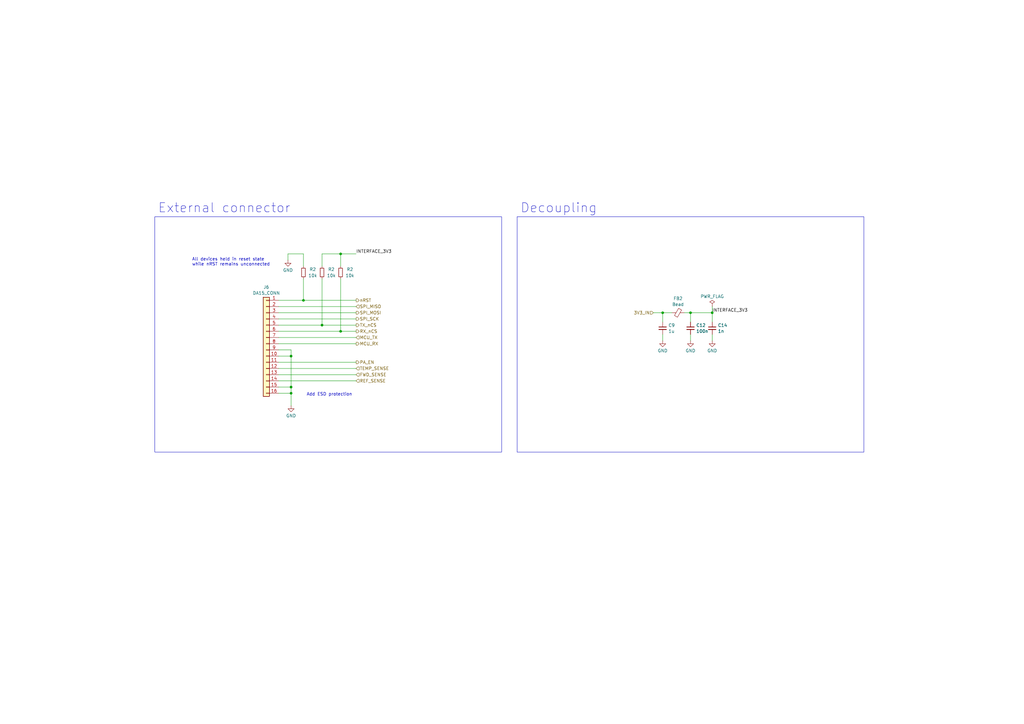
<source format=kicad_sch>
(kicad_sch (version 20230121) (generator eeschema)

  (uuid 207f86d9-45db-4f5b-8cfe-bbe7ae69c4bd)

  (paper "A3")

  (title_block
    (title "M17 Remote Radio Unit - RF board")
    (date "15-10-2023")
    (rev "A")
    (company "M17 Project")
    (comment 1 "Wojciech Kaczmarski, SP5WWP")
  )

  (lib_symbols
    (symbol "Connector_Generic:Conn_01x16" (pin_names (offset 1.016) hide) (in_bom yes) (on_board yes)
      (property "Reference" "J" (at 0 20.32 0)
        (effects (font (size 1.27 1.27)))
      )
      (property "Value" "Conn_01x16" (at 0 -22.86 0)
        (effects (font (size 1.27 1.27)))
      )
      (property "Footprint" "" (at 0 0 0)
        (effects (font (size 1.27 1.27)) hide)
      )
      (property "Datasheet" "~" (at 0 0 0)
        (effects (font (size 1.27 1.27)) hide)
      )
      (property "ki_keywords" "connector" (at 0 0 0)
        (effects (font (size 1.27 1.27)) hide)
      )
      (property "ki_description" "Generic connector, single row, 01x16, script generated (kicad-library-utils/schlib/autogen/connector/)" (at 0 0 0)
        (effects (font (size 1.27 1.27)) hide)
      )
      (property "ki_fp_filters" "Connector*:*_1x??_*" (at 0 0 0)
        (effects (font (size 1.27 1.27)) hide)
      )
      (symbol "Conn_01x16_1_1"
        (rectangle (start -1.27 -20.193) (end 0 -20.447)
          (stroke (width 0.1524) (type default))
          (fill (type none))
        )
        (rectangle (start -1.27 -17.653) (end 0 -17.907)
          (stroke (width 0.1524) (type default))
          (fill (type none))
        )
        (rectangle (start -1.27 -15.113) (end 0 -15.367)
          (stroke (width 0.1524) (type default))
          (fill (type none))
        )
        (rectangle (start -1.27 -12.573) (end 0 -12.827)
          (stroke (width 0.1524) (type default))
          (fill (type none))
        )
        (rectangle (start -1.27 -10.033) (end 0 -10.287)
          (stroke (width 0.1524) (type default))
          (fill (type none))
        )
        (rectangle (start -1.27 -7.493) (end 0 -7.747)
          (stroke (width 0.1524) (type default))
          (fill (type none))
        )
        (rectangle (start -1.27 -4.953) (end 0 -5.207)
          (stroke (width 0.1524) (type default))
          (fill (type none))
        )
        (rectangle (start -1.27 -2.413) (end 0 -2.667)
          (stroke (width 0.1524) (type default))
          (fill (type none))
        )
        (rectangle (start -1.27 0.127) (end 0 -0.127)
          (stroke (width 0.1524) (type default))
          (fill (type none))
        )
        (rectangle (start -1.27 2.667) (end 0 2.413)
          (stroke (width 0.1524) (type default))
          (fill (type none))
        )
        (rectangle (start -1.27 5.207) (end 0 4.953)
          (stroke (width 0.1524) (type default))
          (fill (type none))
        )
        (rectangle (start -1.27 7.747) (end 0 7.493)
          (stroke (width 0.1524) (type default))
          (fill (type none))
        )
        (rectangle (start -1.27 10.287) (end 0 10.033)
          (stroke (width 0.1524) (type default))
          (fill (type none))
        )
        (rectangle (start -1.27 12.827) (end 0 12.573)
          (stroke (width 0.1524) (type default))
          (fill (type none))
        )
        (rectangle (start -1.27 15.367) (end 0 15.113)
          (stroke (width 0.1524) (type default))
          (fill (type none))
        )
        (rectangle (start -1.27 17.907) (end 0 17.653)
          (stroke (width 0.1524) (type default))
          (fill (type none))
        )
        (rectangle (start -1.27 19.05) (end 1.27 -21.59)
          (stroke (width 0.254) (type default))
          (fill (type background))
        )
        (pin passive line (at -5.08 17.78 0) (length 3.81)
          (name "Pin_1" (effects (font (size 1.27 1.27))))
          (number "1" (effects (font (size 1.27 1.27))))
        )
        (pin passive line (at -5.08 -5.08 0) (length 3.81)
          (name "Pin_10" (effects (font (size 1.27 1.27))))
          (number "10" (effects (font (size 1.27 1.27))))
        )
        (pin passive line (at -5.08 -7.62 0) (length 3.81)
          (name "Pin_11" (effects (font (size 1.27 1.27))))
          (number "11" (effects (font (size 1.27 1.27))))
        )
        (pin passive line (at -5.08 -10.16 0) (length 3.81)
          (name "Pin_12" (effects (font (size 1.27 1.27))))
          (number "12" (effects (font (size 1.27 1.27))))
        )
        (pin passive line (at -5.08 -12.7 0) (length 3.81)
          (name "Pin_13" (effects (font (size 1.27 1.27))))
          (number "13" (effects (font (size 1.27 1.27))))
        )
        (pin passive line (at -5.08 -15.24 0) (length 3.81)
          (name "Pin_14" (effects (font (size 1.27 1.27))))
          (number "14" (effects (font (size 1.27 1.27))))
        )
        (pin passive line (at -5.08 -17.78 0) (length 3.81)
          (name "Pin_15" (effects (font (size 1.27 1.27))))
          (number "15" (effects (font (size 1.27 1.27))))
        )
        (pin passive line (at -5.08 -20.32 0) (length 3.81)
          (name "Pin_16" (effects (font (size 1.27 1.27))))
          (number "16" (effects (font (size 1.27 1.27))))
        )
        (pin passive line (at -5.08 15.24 0) (length 3.81)
          (name "Pin_2" (effects (font (size 1.27 1.27))))
          (number "2" (effects (font (size 1.27 1.27))))
        )
        (pin passive line (at -5.08 12.7 0) (length 3.81)
          (name "Pin_3" (effects (font (size 1.27 1.27))))
          (number "3" (effects (font (size 1.27 1.27))))
        )
        (pin passive line (at -5.08 10.16 0) (length 3.81)
          (name "Pin_4" (effects (font (size 1.27 1.27))))
          (number "4" (effects (font (size 1.27 1.27))))
        )
        (pin passive line (at -5.08 7.62 0) (length 3.81)
          (name "Pin_5" (effects (font (size 1.27 1.27))))
          (number "5" (effects (font (size 1.27 1.27))))
        )
        (pin passive line (at -5.08 5.08 0) (length 3.81)
          (name "Pin_6" (effects (font (size 1.27 1.27))))
          (number "6" (effects (font (size 1.27 1.27))))
        )
        (pin passive line (at -5.08 2.54 0) (length 3.81)
          (name "Pin_7" (effects (font (size 1.27 1.27))))
          (number "7" (effects (font (size 1.27 1.27))))
        )
        (pin passive line (at -5.08 0 0) (length 3.81)
          (name "Pin_8" (effects (font (size 1.27 1.27))))
          (number "8" (effects (font (size 1.27 1.27))))
        )
        (pin passive line (at -5.08 -2.54 0) (length 3.81)
          (name "Pin_9" (effects (font (size 1.27 1.27))))
          (number "9" (effects (font (size 1.27 1.27))))
        )
      )
    )
    (symbol "Device:C_Small" (pin_numbers hide) (pin_names (offset 0.254) hide) (in_bom yes) (on_board yes)
      (property "Reference" "C" (at 0.254 1.778 0)
        (effects (font (size 1.27 1.27)) (justify left))
      )
      (property "Value" "C_Small" (at 0.254 -2.032 0)
        (effects (font (size 1.27 1.27)) (justify left))
      )
      (property "Footprint" "" (at 0 0 0)
        (effects (font (size 1.27 1.27)) hide)
      )
      (property "Datasheet" "~" (at 0 0 0)
        (effects (font (size 1.27 1.27)) hide)
      )
      (property "ki_keywords" "capacitor cap" (at 0 0 0)
        (effects (font (size 1.27 1.27)) hide)
      )
      (property "ki_description" "Unpolarized capacitor, small symbol" (at 0 0 0)
        (effects (font (size 1.27 1.27)) hide)
      )
      (property "ki_fp_filters" "C_*" (at 0 0 0)
        (effects (font (size 1.27 1.27)) hide)
      )
      (symbol "C_Small_0_1"
        (polyline
          (pts
            (xy -1.524 -0.508)
            (xy 1.524 -0.508)
          )
          (stroke (width 0.3302) (type default))
          (fill (type none))
        )
        (polyline
          (pts
            (xy -1.524 0.508)
            (xy 1.524 0.508)
          )
          (stroke (width 0.3048) (type default))
          (fill (type none))
        )
      )
      (symbol "C_Small_1_1"
        (pin passive line (at 0 2.54 270) (length 2.032)
          (name "~" (effects (font (size 1.27 1.27))))
          (number "1" (effects (font (size 1.27 1.27))))
        )
        (pin passive line (at 0 -2.54 90) (length 2.032)
          (name "~" (effects (font (size 1.27 1.27))))
          (number "2" (effects (font (size 1.27 1.27))))
        )
      )
    )
    (symbol "Device:FerriteBead_Small" (pin_numbers hide) (pin_names (offset 0)) (in_bom yes) (on_board yes)
      (property "Reference" "FB" (at 1.905 1.27 0)
        (effects (font (size 1.27 1.27)) (justify left))
      )
      (property "Value" "FerriteBead_Small" (at 1.905 -1.27 0)
        (effects (font (size 1.27 1.27)) (justify left))
      )
      (property "Footprint" "" (at -1.778 0 90)
        (effects (font (size 1.27 1.27)) hide)
      )
      (property "Datasheet" "~" (at 0 0 0)
        (effects (font (size 1.27 1.27)) hide)
      )
      (property "ki_keywords" "L ferrite bead inductor filter" (at 0 0 0)
        (effects (font (size 1.27 1.27)) hide)
      )
      (property "ki_description" "Ferrite bead, small symbol" (at 0 0 0)
        (effects (font (size 1.27 1.27)) hide)
      )
      (property "ki_fp_filters" "Inductor_* L_* *Ferrite*" (at 0 0 0)
        (effects (font (size 1.27 1.27)) hide)
      )
      (symbol "FerriteBead_Small_0_1"
        (polyline
          (pts
            (xy 0 -1.27)
            (xy 0 -0.7874)
          )
          (stroke (width 0) (type default))
          (fill (type none))
        )
        (polyline
          (pts
            (xy 0 0.889)
            (xy 0 1.2954)
          )
          (stroke (width 0) (type default))
          (fill (type none))
        )
        (polyline
          (pts
            (xy -1.8288 0.2794)
            (xy -1.1176 1.4986)
            (xy 1.8288 -0.2032)
            (xy 1.1176 -1.4224)
            (xy -1.8288 0.2794)
          )
          (stroke (width 0) (type default))
          (fill (type none))
        )
      )
      (symbol "FerriteBead_Small_1_1"
        (pin passive line (at 0 2.54 270) (length 1.27)
          (name "~" (effects (font (size 1.27 1.27))))
          (number "1" (effects (font (size 1.27 1.27))))
        )
        (pin passive line (at 0 -2.54 90) (length 1.27)
          (name "~" (effects (font (size 1.27 1.27))))
          (number "2" (effects (font (size 1.27 1.27))))
        )
      )
    )
    (symbol "Device:R_Small" (pin_numbers hide) (pin_names (offset 0.254) hide) (in_bom yes) (on_board yes)
      (property "Reference" "R" (at 0.762 0.508 0)
        (effects (font (size 1.27 1.27)) (justify left))
      )
      (property "Value" "R_Small" (at 0.762 -1.016 0)
        (effects (font (size 1.27 1.27)) (justify left))
      )
      (property "Footprint" "" (at 0 0 0)
        (effects (font (size 1.27 1.27)) hide)
      )
      (property "Datasheet" "~" (at 0 0 0)
        (effects (font (size 1.27 1.27)) hide)
      )
      (property "ki_keywords" "R resistor" (at 0 0 0)
        (effects (font (size 1.27 1.27)) hide)
      )
      (property "ki_description" "Resistor, small symbol" (at 0 0 0)
        (effects (font (size 1.27 1.27)) hide)
      )
      (property "ki_fp_filters" "R_*" (at 0 0 0)
        (effects (font (size 1.27 1.27)) hide)
      )
      (symbol "R_Small_0_1"
        (rectangle (start -0.762 1.778) (end 0.762 -1.778)
          (stroke (width 0.2032) (type default))
          (fill (type none))
        )
      )
      (symbol "R_Small_1_1"
        (pin passive line (at 0 2.54 270) (length 0.762)
          (name "~" (effects (font (size 1.27 1.27))))
          (number "1" (effects (font (size 1.27 1.27))))
        )
        (pin passive line (at 0 -2.54 90) (length 0.762)
          (name "~" (effects (font (size 1.27 1.27))))
          (number "2" (effects (font (size 1.27 1.27))))
        )
      )
    )
    (symbol "power:GND" (power) (pin_names (offset 0)) (in_bom yes) (on_board yes)
      (property "Reference" "#PWR" (at 0 -6.35 0)
        (effects (font (size 1.27 1.27)) hide)
      )
      (property "Value" "GND" (at 0 -3.81 0)
        (effects (font (size 1.27 1.27)))
      )
      (property "Footprint" "" (at 0 0 0)
        (effects (font (size 1.27 1.27)) hide)
      )
      (property "Datasheet" "" (at 0 0 0)
        (effects (font (size 1.27 1.27)) hide)
      )
      (property "ki_keywords" "global power" (at 0 0 0)
        (effects (font (size 1.27 1.27)) hide)
      )
      (property "ki_description" "Power symbol creates a global label with name \"GND\" , ground" (at 0 0 0)
        (effects (font (size 1.27 1.27)) hide)
      )
      (symbol "GND_0_1"
        (polyline
          (pts
            (xy 0 0)
            (xy 0 -1.27)
            (xy 1.27 -1.27)
            (xy 0 -2.54)
            (xy -1.27 -1.27)
            (xy 0 -1.27)
          )
          (stroke (width 0) (type default))
          (fill (type none))
        )
      )
      (symbol "GND_1_1"
        (pin power_in line (at 0 0 270) (length 0) hide
          (name "GND" (effects (font (size 1.27 1.27))))
          (number "1" (effects (font (size 1.27 1.27))))
        )
      )
    )
    (symbol "power:PWR_FLAG" (power) (pin_numbers hide) (pin_names (offset 0) hide) (in_bom yes) (on_board yes)
      (property "Reference" "#FLG" (at 0 1.905 0)
        (effects (font (size 1.27 1.27)) hide)
      )
      (property "Value" "PWR_FLAG" (at 0 3.81 0)
        (effects (font (size 1.27 1.27)))
      )
      (property "Footprint" "" (at 0 0 0)
        (effects (font (size 1.27 1.27)) hide)
      )
      (property "Datasheet" "~" (at 0 0 0)
        (effects (font (size 1.27 1.27)) hide)
      )
      (property "ki_keywords" "flag power" (at 0 0 0)
        (effects (font (size 1.27 1.27)) hide)
      )
      (property "ki_description" "Special symbol for telling ERC where power comes from" (at 0 0 0)
        (effects (font (size 1.27 1.27)) hide)
      )
      (symbol "PWR_FLAG_0_0"
        (pin power_out line (at 0 0 90) (length 0)
          (name "pwr" (effects (font (size 1.27 1.27))))
          (number "1" (effects (font (size 1.27 1.27))))
        )
      )
      (symbol "PWR_FLAG_0_1"
        (polyline
          (pts
            (xy 0 0)
            (xy 0 1.27)
            (xy -1.016 1.905)
            (xy 0 2.54)
            (xy 1.016 1.905)
            (xy 0 1.27)
          )
          (stroke (width 0) (type default))
          (fill (type none))
        )
      )
    )
  )

  (junction (at 119.38 158.75) (diameter 0) (color 0 0 0 0)
    (uuid 24055780-ad47-465f-b801-6511a4c6151d)
  )
  (junction (at 292.1 128.27) (diameter 0) (color 0 0 0 0)
    (uuid 3fb127b4-264f-44a7-a31b-8087130885c0)
  )
  (junction (at 119.38 161.29) (diameter 0) (color 0 0 0 0)
    (uuid 65f3b8d0-0dcb-442f-8d27-96d2ddf7b366)
  )
  (junction (at 139.7 104.14) (diameter 0) (color 0 0 0 0)
    (uuid 7bcf4019-1554-4eae-9693-3beef889128f)
  )
  (junction (at 124.46 123.19) (diameter 0) (color 0 0 0 0)
    (uuid 8b9e20dc-693f-47a9-89bc-25156f76aaeb)
  )
  (junction (at 139.7 135.89) (diameter 0) (color 0 0 0 0)
    (uuid 9da1fd2a-ad1a-4de3-9bda-91285cdfbde8)
  )
  (junction (at 119.38 146.05) (diameter 0) (color 0 0 0 0)
    (uuid aec10b28-7589-49a4-a837-40c6a79af544)
  )
  (junction (at 283.21 128.27) (diameter 0) (color 0 0 0 0)
    (uuid c7ded031-4d8b-4cf3-9df3-f3c31cf5bf70)
  )
  (junction (at 132.08 133.35) (diameter 0) (color 0 0 0 0)
    (uuid d134e7cd-82a8-48e1-81ef-927af4ceafe5)
  )
  (junction (at 271.78 128.27) (diameter 0) (color 0 0 0 0)
    (uuid dc6e222f-4e4d-45c5-bf06-f4679fdf2350)
  )

  (wire (pts (xy 124.46 114.3) (xy 124.46 123.19))
    (stroke (width 0) (type default))
    (uuid 0be3ab68-4575-424d-86f9-4ce9e196c090)
  )
  (wire (pts (xy 114.3 148.59) (xy 146.05 148.59))
    (stroke (width 0) (type default))
    (uuid 1491d0ab-defa-471b-b0c5-4f93e1de5433)
  )
  (wire (pts (xy 114.3 125.73) (xy 146.05 125.73))
    (stroke (width 0) (type default))
    (uuid 17cf2372-07e5-4050-b00f-7c99275133fd)
  )
  (wire (pts (xy 118.11 106.68) (xy 118.11 104.14))
    (stroke (width 0) (type default))
    (uuid 2fc6f145-929e-46a4-9eb8-e247e635e233)
  )
  (wire (pts (xy 132.08 133.35) (xy 146.05 133.35))
    (stroke (width 0) (type default))
    (uuid 324830b0-8033-4d29-96bf-9690407491d0)
  )
  (wire (pts (xy 283.21 137.16) (xy 283.21 139.7))
    (stroke (width 0) (type default))
    (uuid 3e998abd-6fde-4fb7-8a53-5375bef40158)
  )
  (wire (pts (xy 119.38 158.75) (xy 119.38 161.29))
    (stroke (width 0) (type default))
    (uuid 41ef90ec-f822-45eb-b45e-9908a1fd36eb)
  )
  (wire (pts (xy 292.1 137.16) (xy 292.1 139.7))
    (stroke (width 0) (type default))
    (uuid 445e0a5c-fa8f-4813-855a-58e06c7967ef)
  )
  (wire (pts (xy 292.1 132.08) (xy 292.1 128.27))
    (stroke (width 0) (type default))
    (uuid 49e9bfa4-409f-4cd9-82f5-ca7b71c8ef2a)
  )
  (wire (pts (xy 132.08 114.3) (xy 132.08 133.35))
    (stroke (width 0) (type default))
    (uuid 4b9f0beb-7a75-4beb-911b-4f7d1781146b)
  )
  (wire (pts (xy 114.3 151.13) (xy 146.05 151.13))
    (stroke (width 0) (type default))
    (uuid 4d057b91-7c9c-4974-813f-0bb9464e8b43)
  )
  (wire (pts (xy 114.3 156.21) (xy 146.05 156.21))
    (stroke (width 0) (type default))
    (uuid 4d8e42d4-8e17-4b74-9e19-a85bc36dec80)
  )
  (wire (pts (xy 292.1 125.73) (xy 292.1 128.27))
    (stroke (width 0) (type default))
    (uuid 5297777b-4e9d-436d-982f-32040a7c2230)
  )
  (wire (pts (xy 114.3 146.05) (xy 119.38 146.05))
    (stroke (width 0) (type default))
    (uuid 543fae85-6168-42de-b4a3-b46bbefd2321)
  )
  (wire (pts (xy 119.38 161.29) (xy 119.38 166.37))
    (stroke (width 0) (type default))
    (uuid 575d9c78-2cb3-467d-b380-af8a3b661101)
  )
  (wire (pts (xy 114.3 123.19) (xy 124.46 123.19))
    (stroke (width 0) (type default))
    (uuid 5dce6c26-7e41-4705-816c-fa4da45db0bf)
  )
  (wire (pts (xy 118.11 104.14) (xy 124.46 104.14))
    (stroke (width 0) (type default))
    (uuid 66596093-18d2-4f57-a81b-9d4cd76c3843)
  )
  (wire (pts (xy 283.21 128.27) (xy 292.1 128.27))
    (stroke (width 0) (type default))
    (uuid 665ab8fe-f1fa-4c70-8075-41ac6504c389)
  )
  (wire (pts (xy 114.3 158.75) (xy 119.38 158.75))
    (stroke (width 0) (type default))
    (uuid 759bb766-0e47-42fd-9513-c8c9791dc9e0)
  )
  (wire (pts (xy 280.67 128.27) (xy 283.21 128.27))
    (stroke (width 0) (type default))
    (uuid 7ae975e5-90b0-42d8-b8da-f7c18315203a)
  )
  (wire (pts (xy 114.3 138.43) (xy 146.05 138.43))
    (stroke (width 0) (type default))
    (uuid 80a8238c-c93f-4bd8-b3c0-4b1e30ad4126)
  )
  (wire (pts (xy 146.05 104.14) (xy 139.7 104.14))
    (stroke (width 0) (type default))
    (uuid 8591fc2e-340f-44ec-989d-1f8069daf37a)
  )
  (wire (pts (xy 271.78 128.27) (xy 271.78 132.08))
    (stroke (width 0) (type default))
    (uuid 89c8b0b1-ba6e-492a-8db0-cedceb45105a)
  )
  (wire (pts (xy 124.46 123.19) (xy 146.05 123.19))
    (stroke (width 0) (type default))
    (uuid 8d55bb1d-9ab5-440a-b529-a4a63391f287)
  )
  (wire (pts (xy 271.78 137.16) (xy 271.78 139.7))
    (stroke (width 0) (type default))
    (uuid 90ea6da7-860f-45ea-8a80-705031218d4f)
  )
  (wire (pts (xy 267.97 128.27) (xy 271.78 128.27))
    (stroke (width 0) (type default))
    (uuid 9aac03af-e9fd-41e3-b1cc-6f859a532ca7)
  )
  (wire (pts (xy 114.3 130.81) (xy 146.05 130.81))
    (stroke (width 0) (type default))
    (uuid a0c88f2f-c304-4596-b2d8-69d8aacbbab7)
  )
  (wire (pts (xy 139.7 104.14) (xy 139.7 109.22))
    (stroke (width 0) (type default))
    (uuid a4a684ee-55a1-4267-8fbe-0848c76eaf27)
  )
  (wire (pts (xy 114.3 133.35) (xy 132.08 133.35))
    (stroke (width 0) (type default))
    (uuid b01a6c5b-94d1-4dba-a7bc-1827c84f8c91)
  )
  (wire (pts (xy 114.3 153.67) (xy 146.05 153.67))
    (stroke (width 0) (type default))
    (uuid b40ec4ac-b666-4632-86d5-4d8e11753613)
  )
  (wire (pts (xy 114.3 135.89) (xy 139.7 135.89))
    (stroke (width 0) (type default))
    (uuid b88d4b0a-61e5-4cee-a8be-e89a3a4d5329)
  )
  (wire (pts (xy 271.78 128.27) (xy 275.59 128.27))
    (stroke (width 0) (type default))
    (uuid c46409e5-92eb-4e4a-ba76-d721818a2516)
  )
  (wire (pts (xy 114.3 128.27) (xy 146.05 128.27))
    (stroke (width 0) (type default))
    (uuid c622159e-9a0f-4866-b5e8-1f47bd8f931f)
  )
  (wire (pts (xy 114.3 143.51) (xy 119.38 143.51))
    (stroke (width 0) (type default))
    (uuid c63906f6-e1e5-4951-b618-cff6cdbeb35f)
  )
  (wire (pts (xy 132.08 104.14) (xy 139.7 104.14))
    (stroke (width 0) (type default))
    (uuid cf4ed029-708a-4263-94ae-2b179bb4a146)
  )
  (wire (pts (xy 119.38 143.51) (xy 119.38 146.05))
    (stroke (width 0) (type default))
    (uuid d128e03a-8f40-4a94-b7f5-eb43fb0367ff)
  )
  (wire (pts (xy 132.08 109.22) (xy 132.08 104.14))
    (stroke (width 0) (type default))
    (uuid d9a81c7d-468b-4fde-ae9d-20bb69ee977d)
  )
  (wire (pts (xy 283.21 128.27) (xy 283.21 132.08))
    (stroke (width 0) (type default))
    (uuid d9cf414a-46f5-473f-b1c2-215966d94c74)
  )
  (wire (pts (xy 114.3 161.29) (xy 119.38 161.29))
    (stroke (width 0) (type default))
    (uuid daea3351-9337-4565-9410-85e44ff904c1)
  )
  (wire (pts (xy 114.3 140.97) (xy 146.05 140.97))
    (stroke (width 0) (type default))
    (uuid de2b11da-a789-40bf-a38f-e7e75c434b6c)
  )
  (wire (pts (xy 139.7 114.3) (xy 139.7 135.89))
    (stroke (width 0) (type default))
    (uuid e34a97b1-3893-4e56-a43a-09de95ea2c68)
  )
  (wire (pts (xy 124.46 104.14) (xy 124.46 109.22))
    (stroke (width 0) (type default))
    (uuid ea121683-bc05-4611-9dda-c7c30c98fda3)
  )
  (wire (pts (xy 139.7 135.89) (xy 146.05 135.89))
    (stroke (width 0) (type default))
    (uuid eb2886e2-a027-4dd7-9945-6cd4fdad0b92)
  )
  (wire (pts (xy 119.38 146.05) (xy 119.38 158.75))
    (stroke (width 0) (type default))
    (uuid fa9e00a9-8aec-423c-a529-107eb0af1afe)
  )

  (rectangle (start 63.5 88.9) (end 205.74 185.42)
    (stroke (width 0) (type default))
    (fill (type none))
    (uuid 94ef4308-2a2f-41aa-8dfe-ccd5b0280c60)
  )
  (rectangle (start 212.09 88.9) (end 354.33 185.42)
    (stroke (width 0) (type default))
    (fill (type none))
    (uuid ae2887eb-ce8d-4151-b47e-d00ef586122b)
  )

  (text "Decoupling" (at 213.36 87.63 0)
    (effects (font (size 3.81 3.81)) (justify left bottom))
    (uuid 57ea294b-0005-4d91-b52a-2e975b47993a)
  )
  (text "External connector" (at 64.77 87.63 0)
    (effects (font (size 3.81 3.81)) (justify left bottom))
    (uuid 860ad1c6-2725-4af0-a689-5be2efd7edee)
  )
  (text "All devices held in reset state\nwhile nRST remains unconnected"
    (at 78.74 109.22 0)
    (effects (font (size 1.27 1.27)) (justify left bottom))
    (uuid e1261ae7-197e-444a-8743-fac6c6beedc3)
  )
  (text "Add ESD protection" (at 125.73 162.56 0)
    (effects (font (size 1.27 1.27)) (justify left bottom))
    (uuid f130f759-185a-42bd-9c41-c6fd7225fad5)
  )

  (label "INTERFACE_3V3" (at 146.05 104.14 0) (fields_autoplaced)
    (effects (font (size 1.27 1.27)) (justify left bottom))
    (uuid dab8d632-122c-4634-8c2f-d1ea8aae9e3c)
  )
  (label "INTERFACE_3V3" (at 292.1 128.27 0) (fields_autoplaced)
    (effects (font (size 1.27 1.27)) (justify left bottom))
    (uuid e61ebf1a-973f-4fa6-98df-4f6e3b99b283)
  )

  (hierarchical_label "TEMP_SENSE" (shape input) (at 146.05 151.13 0) (fields_autoplaced)
    (effects (font (size 1.27 1.27)) (justify left))
    (uuid 0fc3d4c8-5355-4870-bc33-5c62edcff625)
  )
  (hierarchical_label "FWD_SENSE" (shape input) (at 146.05 153.67 0) (fields_autoplaced)
    (effects (font (size 1.27 1.27)) (justify left))
    (uuid 1f038902-a8c3-4693-b1ce-f0aff411556a)
  )
  (hierarchical_label "REF_SENSE" (shape input) (at 146.05 156.21 0) (fields_autoplaced)
    (effects (font (size 1.27 1.27)) (justify left))
    (uuid 1f5fd0b4-2b11-43e0-94db-d44c0747622b)
  )
  (hierarchical_label "PA_EN" (shape output) (at 146.05 148.59 0) (fields_autoplaced)
    (effects (font (size 1.27 1.27)) (justify left))
    (uuid 2252ff5d-7214-4758-814d-8a09e23be122)
  )
  (hierarchical_label "TX_nCS" (shape output) (at 146.05 133.35 0) (fields_autoplaced)
    (effects (font (size 1.27 1.27)) (justify left))
    (uuid 3b98a321-d808-447b-8f15-0612abd78b13)
  )
  (hierarchical_label "3V3_IN" (shape input) (at 267.97 128.27 180) (fields_autoplaced)
    (effects (font (size 1.27 1.27)) (justify right))
    (uuid 47ba0354-13ce-45e6-8691-e120cbffb3d6)
  )
  (hierarchical_label "MCU_RX" (shape output) (at 146.05 140.97 0) (fields_autoplaced)
    (effects (font (size 1.27 1.27)) (justify left))
    (uuid 4cb04341-ac50-42dc-a0a4-3b6aa2267c70)
  )
  (hierarchical_label "MCU_TX" (shape input) (at 146.05 138.43 0) (fields_autoplaced)
    (effects (font (size 1.27 1.27)) (justify left))
    (uuid 75a57302-d2b9-411e-bdf7-0df3effa071d)
  )
  (hierarchical_label "RX_nCS" (shape output) (at 146.05 135.89 0) (fields_autoplaced)
    (effects (font (size 1.27 1.27)) (justify left))
    (uuid 78bd4c5e-f3b4-4783-b76d-7621e2fb4006)
  )
  (hierarchical_label "nRST" (shape output) (at 146.05 123.19 0) (fields_autoplaced)
    (effects (font (size 1.27 1.27)) (justify left))
    (uuid 7c1d8485-4b6a-4b41-a2a9-e4854874f53c)
  )
  (hierarchical_label "SPI_SCK" (shape output) (at 146.05 130.81 0) (fields_autoplaced)
    (effects (font (size 1.27 1.27)) (justify left))
    (uuid 944f0e81-f543-4a36-b691-16061a9af7b3)
  )
  (hierarchical_label "SPI_MISO" (shape input) (at 146.05 125.73 0) (fields_autoplaced)
    (effects (font (size 1.27 1.27)) (justify left))
    (uuid a9be689a-c1f9-4f1c-a785-f562ea7809b5)
  )
  (hierarchical_label "SPI_MOSI" (shape output) (at 146.05 128.27 0) (fields_autoplaced)
    (effects (font (size 1.27 1.27)) (justify left))
    (uuid cb7ffd6e-5429-461b-84fc-2b3e88eb8e51)
  )

  (symbol (lib_id "Device:R_Small") (at 124.46 111.76 180) (unit 1)
    (in_bom yes) (on_board yes) (dnp no)
    (uuid 016b7711-282a-4e39-a531-d19a436c92d2)
    (property "Reference" "R2" (at 128.27 110.49 0)
      (effects (font (size 1.27 1.27)))
    )
    (property "Value" "10k" (at 128.27 113.03 0)
      (effects (font (size 1.27 1.27)))
    )
    (property "Footprint" "Resistor_SMD:R_0603_1608Metric" (at 124.46 111.76 0)
      (effects (font (size 1.27 1.27)) hide)
    )
    (property "Datasheet" "~" (at 124.46 111.76 0)
      (effects (font (size 1.27 1.27)) hide)
    )
    (property "PN" "" (at 124.46 111.76 0)
      (effects (font (size 1.27 1.27)) hide)
    )
    (pin "1" (uuid 66e5711b-7798-4230-bdfb-b2f1e0e123a6))
    (pin "2" (uuid 54b88254-dc64-4834-8ebc-0c79a39ebc4b))
    (instances
      (project "m17-rru-rf"
        (path "/4c42207c-9e6b-42da-ad38-da126b892014/ccc39fee-262d-4ac9-a9a6-59e024db6eed"
          (reference "R2") (unit 1)
        )
        (path "/4c42207c-9e6b-42da-ad38-da126b892014/7ebe248e-d508-4395-8ad3-4ea02a49e591"
          (reference "R7") (unit 1)
        )
        (path "/4c42207c-9e6b-42da-ad38-da126b892014/8d8271f4-10c0-40f4-bdf8-e0e4dac71cc9"
          (reference "R28") (unit 1)
        )
        (path "/4c42207c-9e6b-42da-ad38-da126b892014/3ea647a3-6e2c-4a7a-bdb8-a6b94119ef02"
          (reference "R44") (unit 1)
        )
      )
    )
  )

  (symbol (lib_id "Connector_Generic:Conn_01x16") (at 109.22 140.97 0) (mirror y) (unit 1)
    (in_bom yes) (on_board yes) (dnp no) (fields_autoplaced)
    (uuid 11992250-cf30-4c9a-86c5-36bdbb91e95c)
    (property "Reference" "J6" (at 109.22 117.7757 0)
      (effects (font (size 1.27 1.27)))
    )
    (property "Value" "DA15_CONN" (at 109.22 120.1999 0)
      (effects (font (size 1.27 1.27)))
    )
    (property "Footprint" "Connector_PinHeader_2.54mm:PinHeader_2x08_P2.54mm_Vertical_SMD" (at 109.22 140.97 0)
      (effects (font (size 1.27 1.27)) hide)
    )
    (property "Datasheet" "~" (at 109.22 140.97 0)
      (effects (font (size 1.27 1.27)) hide)
    )
    (property "PN" "TSM-108-01-L-DV-P-TR" (at 109.22 140.97 0)
      (effects (font (size 1.27 1.27)) hide)
    )
    (pin "1" (uuid 59e87016-d4e1-4780-a30d-591dd81b9ef3))
    (pin "10" (uuid c5789801-87fd-4e8a-87a4-4fa1d6341b0b))
    (pin "11" (uuid 91b68f53-5872-4570-bf74-b07d98cc9632))
    (pin "12" (uuid 2e95a32b-de03-4447-a2ce-bea306939828))
    (pin "13" (uuid a785a0e2-7a0b-4739-8f1b-d8c1faa04fa5))
    (pin "14" (uuid 8fc2c431-36a7-40a9-889f-ed8ff3de338c))
    (pin "15" (uuid b7d7a318-7158-4942-939f-6d44e533bfa3))
    (pin "16" (uuid 62c15abb-efc0-47e1-b778-2613579c13a0))
    (pin "2" (uuid d3a99c2f-4ad6-4907-ae08-acce72e21ca5))
    (pin "3" (uuid bc4e52bc-1552-4018-b119-aa53cfcecf4b))
    (pin "4" (uuid 6edc0496-2d69-400b-a78e-9ea4952eaaab))
    (pin "5" (uuid f64b98ef-a0e4-41d4-92a5-3e05af376a2b))
    (pin "6" (uuid 091623d0-83ea-47d2-bfd2-f61ea9eb1b66))
    (pin "7" (uuid e40f2a7a-e83e-467a-a061-3dbb3f50b748))
    (pin "8" (uuid 0d7ac716-595e-4ca6-9c9f-12074afee80e))
    (pin "9" (uuid cf2f9775-f992-4288-995a-15ee6c37a2bb))
    (instances
      (project "m17-rru-rf"
        (path "/4c42207c-9e6b-42da-ad38-da126b892014/3ea647a3-6e2c-4a7a-bdb8-a6b94119ef02"
          (reference "J6") (unit 1)
        )
      )
    )
  )

  (symbol (lib_id "Device:R_Small") (at 139.7 111.76 180) (unit 1)
    (in_bom yes) (on_board yes) (dnp no)
    (uuid 1e126a3e-45f0-4995-a943-9c9678df123e)
    (property "Reference" "R2" (at 143.51 110.49 0)
      (effects (font (size 1.27 1.27)))
    )
    (property "Value" "10k" (at 143.51 113.03 0)
      (effects (font (size 1.27 1.27)))
    )
    (property "Footprint" "Resistor_SMD:R_0603_1608Metric" (at 139.7 111.76 0)
      (effects (font (size 1.27 1.27)) hide)
    )
    (property "Datasheet" "~" (at 139.7 111.76 0)
      (effects (font (size 1.27 1.27)) hide)
    )
    (property "PN" "" (at 139.7 111.76 0)
      (effects (font (size 1.27 1.27)) hide)
    )
    (pin "1" (uuid 36b37d95-4f21-404c-b912-bc17939bcb33))
    (pin "2" (uuid c2835017-9660-464c-91f9-2d1ae87f8296))
    (instances
      (project "m17-rru-rf"
        (path "/4c42207c-9e6b-42da-ad38-da126b892014/ccc39fee-262d-4ac9-a9a6-59e024db6eed"
          (reference "R2") (unit 1)
        )
        (path "/4c42207c-9e6b-42da-ad38-da126b892014/7ebe248e-d508-4395-8ad3-4ea02a49e591"
          (reference "R7") (unit 1)
        )
        (path "/4c42207c-9e6b-42da-ad38-da126b892014/8d8271f4-10c0-40f4-bdf8-e0e4dac71cc9"
          (reference "R28") (unit 1)
        )
        (path "/4c42207c-9e6b-42da-ad38-da126b892014/3ea647a3-6e2c-4a7a-bdb8-a6b94119ef02"
          (reference "R46") (unit 1)
        )
      )
    )
  )

  (symbol (lib_id "power:GND") (at 118.11 106.68 0) (unit 1)
    (in_bom yes) (on_board yes) (dnp no) (fields_autoplaced)
    (uuid 1f4c0922-2580-4296-afe1-abfb65eb3b54)
    (property "Reference" "#PWR058" (at 118.11 113.03 0)
      (effects (font (size 1.27 1.27)) hide)
    )
    (property "Value" "GND" (at 118.11 110.8131 0)
      (effects (font (size 1.27 1.27)))
    )
    (property "Footprint" "" (at 118.11 106.68 0)
      (effects (font (size 1.27 1.27)) hide)
    )
    (property "Datasheet" "" (at 118.11 106.68 0)
      (effects (font (size 1.27 1.27)) hide)
    )
    (pin "1" (uuid 39ac416c-f621-4893-8514-a7a018582cb8))
    (instances
      (project "m17-rru-rf"
        (path "/4c42207c-9e6b-42da-ad38-da126b892014/8d8271f4-10c0-40f4-bdf8-e0e4dac71cc9"
          (reference "#PWR058") (unit 1)
        )
        (path "/4c42207c-9e6b-42da-ad38-da126b892014/3ea647a3-6e2c-4a7a-bdb8-a6b94119ef02"
          (reference "#PWR0115") (unit 1)
        )
      )
    )
  )

  (symbol (lib_id "power:GND") (at 271.78 139.7 0) (unit 1)
    (in_bom yes) (on_board yes) (dnp no) (fields_autoplaced)
    (uuid 480e76c7-ee35-48c8-b35e-646ecba3bfa0)
    (property "Reference" "#PWR024" (at 271.78 146.05 0)
      (effects (font (size 1.27 1.27)) hide)
    )
    (property "Value" "GND" (at 271.78 143.8331 0)
      (effects (font (size 1.27 1.27)))
    )
    (property "Footprint" "" (at 271.78 139.7 0)
      (effects (font (size 1.27 1.27)) hide)
    )
    (property "Datasheet" "" (at 271.78 139.7 0)
      (effects (font (size 1.27 1.27)) hide)
    )
    (pin "1" (uuid 865e6160-a8cb-423e-842c-cb6e774c25fe))
    (instances
      (project "m17-rru-rf"
        (path "/4c42207c-9e6b-42da-ad38-da126b892014/ccc39fee-262d-4ac9-a9a6-59e024db6eed"
          (reference "#PWR024") (unit 1)
        )
        (path "/4c42207c-9e6b-42da-ad38-da126b892014/3ea647a3-6e2c-4a7a-bdb8-a6b94119ef02"
          (reference "#PWR0117") (unit 1)
        )
      )
    )
  )

  (symbol (lib_id "Device:R_Small") (at 132.08 111.76 180) (unit 1)
    (in_bom yes) (on_board yes) (dnp no)
    (uuid 4a52caca-dfff-4f69-9099-e13a56a227ce)
    (property "Reference" "R2" (at 135.89 110.49 0)
      (effects (font (size 1.27 1.27)))
    )
    (property "Value" "10k" (at 135.89 113.03 0)
      (effects (font (size 1.27 1.27)))
    )
    (property "Footprint" "Resistor_SMD:R_0603_1608Metric" (at 132.08 111.76 0)
      (effects (font (size 1.27 1.27)) hide)
    )
    (property "Datasheet" "~" (at 132.08 111.76 0)
      (effects (font (size 1.27 1.27)) hide)
    )
    (property "PN" "" (at 132.08 111.76 0)
      (effects (font (size 1.27 1.27)) hide)
    )
    (pin "1" (uuid 732b6bae-0378-43d3-a3a5-def91473b75a))
    (pin "2" (uuid ba6206df-2d70-42ab-aa60-382a7c84a345))
    (instances
      (project "m17-rru-rf"
        (path "/4c42207c-9e6b-42da-ad38-da126b892014/ccc39fee-262d-4ac9-a9a6-59e024db6eed"
          (reference "R2") (unit 1)
        )
        (path "/4c42207c-9e6b-42da-ad38-da126b892014/7ebe248e-d508-4395-8ad3-4ea02a49e591"
          (reference "R7") (unit 1)
        )
        (path "/4c42207c-9e6b-42da-ad38-da126b892014/8d8271f4-10c0-40f4-bdf8-e0e4dac71cc9"
          (reference "R28") (unit 1)
        )
        (path "/4c42207c-9e6b-42da-ad38-da126b892014/3ea647a3-6e2c-4a7a-bdb8-a6b94119ef02"
          (reference "R45") (unit 1)
        )
      )
    )
  )

  (symbol (lib_id "power:GND") (at 119.38 166.37 0) (unit 1)
    (in_bom yes) (on_board yes) (dnp no) (fields_autoplaced)
    (uuid 50d868ed-e0ef-4b19-b536-15abdebb5816)
    (property "Reference" "#PWR058" (at 119.38 172.72 0)
      (effects (font (size 1.27 1.27)) hide)
    )
    (property "Value" "GND" (at 119.38 170.5031 0)
      (effects (font (size 1.27 1.27)))
    )
    (property "Footprint" "" (at 119.38 166.37 0)
      (effects (font (size 1.27 1.27)) hide)
    )
    (property "Datasheet" "" (at 119.38 166.37 0)
      (effects (font (size 1.27 1.27)) hide)
    )
    (pin "1" (uuid c997b9a9-8b11-497c-a584-b49cc2285338))
    (instances
      (project "m17-rru-rf"
        (path "/4c42207c-9e6b-42da-ad38-da126b892014/8d8271f4-10c0-40f4-bdf8-e0e4dac71cc9"
          (reference "#PWR058") (unit 1)
        )
        (path "/4c42207c-9e6b-42da-ad38-da126b892014/3ea647a3-6e2c-4a7a-bdb8-a6b94119ef02"
          (reference "#PWR0116") (unit 1)
        )
      )
    )
  )

  (symbol (lib_id "Device:C_Small") (at 292.1 134.62 0) (unit 1)
    (in_bom yes) (on_board yes) (dnp no) (fields_autoplaced)
    (uuid 6f3a68be-e20e-4d80-8118-dc7b9d0855db)
    (property "Reference" "C14" (at 294.4241 133.4142 0)
      (effects (font (size 1.27 1.27)) (justify left))
    )
    (property "Value" "1n" (at 294.4241 135.8384 0)
      (effects (font (size 1.27 1.27)) (justify left))
    )
    (property "Footprint" "Capacitor_SMD:C_0603_1608Metric" (at 292.1 134.62 0)
      (effects (font (size 1.27 1.27)) hide)
    )
    (property "Datasheet" "~" (at 292.1 134.62 0)
      (effects (font (size 1.27 1.27)) hide)
    )
    (property "PN" "C0603C102J5GAC7411" (at 292.1 134.62 0)
      (effects (font (size 1.27 1.27)) hide)
    )
    (pin "1" (uuid c3ad1431-058a-43ce-af13-8e1e8d8161d3))
    (pin "2" (uuid e9eec4fe-02b3-43bc-9e77-6c34440b66e9))
    (instances
      (project "m17-rru-rf"
        (path "/4c42207c-9e6b-42da-ad38-da126b892014/ccc39fee-262d-4ac9-a9a6-59e024db6eed"
          (reference "C14") (unit 1)
        )
        (path "/4c42207c-9e6b-42da-ad38-da126b892014/3ea647a3-6e2c-4a7a-bdb8-a6b94119ef02"
          (reference "C92") (unit 1)
        )
      )
    )
  )

  (symbol (lib_id "Device:C_Small") (at 271.78 134.62 0) (unit 1)
    (in_bom yes) (on_board yes) (dnp no) (fields_autoplaced)
    (uuid 7fe1b000-c93f-411d-8743-a95962ce83c9)
    (property "Reference" "C9" (at 274.1041 133.4142 0)
      (effects (font (size 1.27 1.27)) (justify left))
    )
    (property "Value" "1u" (at 274.1041 135.8384 0)
      (effects (font (size 1.27 1.27)) (justify left))
    )
    (property "Footprint" "Capacitor_SMD:C_0603_1608Metric" (at 271.78 134.62 0)
      (effects (font (size 1.27 1.27)) hide)
    )
    (property "Datasheet" "~" (at 271.78 134.62 0)
      (effects (font (size 1.27 1.27)) hide)
    )
    (property "PN" "CL10B105KB8NQNC" (at 271.78 134.62 0)
      (effects (font (size 1.27 1.27)) hide)
    )
    (pin "1" (uuid e525221b-9858-4efa-ba76-212ca8709f2c))
    (pin "2" (uuid 6907ee9a-781e-4224-89de-69760c316e46))
    (instances
      (project "m17-rru-rf"
        (path "/4c42207c-9e6b-42da-ad38-da126b892014/ccc39fee-262d-4ac9-a9a6-59e024db6eed"
          (reference "C9") (unit 1)
        )
        (path "/4c42207c-9e6b-42da-ad38-da126b892014/3ea647a3-6e2c-4a7a-bdb8-a6b94119ef02"
          (reference "C90") (unit 1)
        )
      )
    )
  )

  (symbol (lib_id "Device:FerriteBead_Small") (at 278.13 128.27 90) (unit 1)
    (in_bom yes) (on_board yes) (dnp no) (fields_autoplaced)
    (uuid 9bd957f7-2f6d-48d9-8833-717184177f64)
    (property "Reference" "FB2" (at 278.0919 122.4239 90)
      (effects (font (size 1.27 1.27)))
    )
    (property "Value" "Bead" (at 278.0919 124.8481 90)
      (effects (font (size 1.27 1.27)))
    )
    (property "Footprint" "Inductor_SMD:L_0603_1608Metric" (at 278.13 130.048 90)
      (effects (font (size 1.27 1.27)) hide)
    )
    (property "Datasheet" "~" (at 278.13 128.27 0)
      (effects (font (size 1.27 1.27)) hide)
    )
    (property "PN" "BLM18KG601SH1D" (at 278.13 128.27 90)
      (effects (font (size 1.27 1.27)) hide)
    )
    (pin "1" (uuid 8fe252eb-67d0-49b7-9f0f-75dd49f490ae))
    (pin "2" (uuid be697d59-372c-4e44-bc8a-78c5000f4619))
    (instances
      (project "m17-rru-rf"
        (path "/4c42207c-9e6b-42da-ad38-da126b892014/ccc39fee-262d-4ac9-a9a6-59e024db6eed"
          (reference "FB2") (unit 1)
        )
        (path "/4c42207c-9e6b-42da-ad38-da126b892014/3ea647a3-6e2c-4a7a-bdb8-a6b94119ef02"
          (reference "FB9") (unit 1)
        )
      )
    )
  )

  (symbol (lib_id "Device:C_Small") (at 283.21 134.62 0) (unit 1)
    (in_bom yes) (on_board yes) (dnp no) (fields_autoplaced)
    (uuid a03b131e-7deb-471a-bd21-36a13aa77d67)
    (property "Reference" "C12" (at 285.5341 133.4142 0)
      (effects (font (size 1.27 1.27)) (justify left))
    )
    (property "Value" "100n" (at 285.5341 135.8384 0)
      (effects (font (size 1.27 1.27)) (justify left))
    )
    (property "Footprint" "Capacitor_SMD:C_0603_1608Metric" (at 283.21 134.62 0)
      (effects (font (size 1.27 1.27)) hide)
    )
    (property "Datasheet" "~" (at 283.21 134.62 0)
      (effects (font (size 1.27 1.27)) hide)
    )
    (property "PN" "C0603C104M5RAC7411" (at 283.21 134.62 0)
      (effects (font (size 1.27 1.27)) hide)
    )
    (pin "1" (uuid 1cb9c02d-2a0a-4474-b3b4-f773930af714))
    (pin "2" (uuid e589fc23-7b0c-4200-8ad7-a4d9b57e7a42))
    (instances
      (project "m17-rru-rf"
        (path "/4c42207c-9e6b-42da-ad38-da126b892014/ccc39fee-262d-4ac9-a9a6-59e024db6eed"
          (reference "C12") (unit 1)
        )
        (path "/4c42207c-9e6b-42da-ad38-da126b892014/3ea647a3-6e2c-4a7a-bdb8-a6b94119ef02"
          (reference "C91") (unit 1)
        )
      )
    )
  )

  (symbol (lib_id "power:GND") (at 292.1 139.7 0) (unit 1)
    (in_bom yes) (on_board yes) (dnp no) (fields_autoplaced)
    (uuid a6b8df85-8572-437a-aa8f-941c853b78d0)
    (property "Reference" "#PWR029" (at 292.1 146.05 0)
      (effects (font (size 1.27 1.27)) hide)
    )
    (property "Value" "GND" (at 292.1 143.8331 0)
      (effects (font (size 1.27 1.27)))
    )
    (property "Footprint" "" (at 292.1 139.7 0)
      (effects (font (size 1.27 1.27)) hide)
    )
    (property "Datasheet" "" (at 292.1 139.7 0)
      (effects (font (size 1.27 1.27)) hide)
    )
    (pin "1" (uuid bae851af-21ef-4eef-8568-a19dc83976d4))
    (instances
      (project "m17-rru-rf"
        (path "/4c42207c-9e6b-42da-ad38-da126b892014/ccc39fee-262d-4ac9-a9a6-59e024db6eed"
          (reference "#PWR029") (unit 1)
        )
        (path "/4c42207c-9e6b-42da-ad38-da126b892014/3ea647a3-6e2c-4a7a-bdb8-a6b94119ef02"
          (reference "#PWR0119") (unit 1)
        )
      )
    )
  )

  (symbol (lib_id "power:PWR_FLAG") (at 292.1 125.73 0) (unit 1)
    (in_bom yes) (on_board yes) (dnp no) (fields_autoplaced)
    (uuid ba094752-aa1f-4688-8728-a6ff08fc469b)
    (property "Reference" "#FLG01" (at 292.1 123.825 0)
      (effects (font (size 1.27 1.27)) hide)
    )
    (property "Value" "PWR_FLAG" (at 292.1 121.5969 0)
      (effects (font (size 1.27 1.27)))
    )
    (property "Footprint" "" (at 292.1 125.73 0)
      (effects (font (size 1.27 1.27)) hide)
    )
    (property "Datasheet" "~" (at 292.1 125.73 0)
      (effects (font (size 1.27 1.27)) hide)
    )
    (pin "1" (uuid 0e3c5c25-bcea-4e18-b592-126ad7236998))
    (instances
      (project "m17-rru-rf"
        (path "/4c42207c-9e6b-42da-ad38-da126b892014/270fa747-1697-46c9-b996-5c9733c883e2"
          (reference "#FLG01") (unit 1)
        )
        (path "/4c42207c-9e6b-42da-ad38-da126b892014/3ea647a3-6e2c-4a7a-bdb8-a6b94119ef02"
          (reference "#FLG08") (unit 1)
        )
      )
    )
  )

  (symbol (lib_id "power:GND") (at 283.21 139.7 0) (unit 1)
    (in_bom yes) (on_board yes) (dnp no) (fields_autoplaced)
    (uuid c3e25497-246f-4d0a-8ce8-d9c3955c3da5)
    (property "Reference" "#PWR027" (at 283.21 146.05 0)
      (effects (font (size 1.27 1.27)) hide)
    )
    (property "Value" "GND" (at 283.21 143.8331 0)
      (effects (font (size 1.27 1.27)))
    )
    (property "Footprint" "" (at 283.21 139.7 0)
      (effects (font (size 1.27 1.27)) hide)
    )
    (property "Datasheet" "" (at 283.21 139.7 0)
      (effects (font (size 1.27 1.27)) hide)
    )
    (pin "1" (uuid b8267bc0-1d8a-4219-a863-2f792d87d4c3))
    (instances
      (project "m17-rru-rf"
        (path "/4c42207c-9e6b-42da-ad38-da126b892014/ccc39fee-262d-4ac9-a9a6-59e024db6eed"
          (reference "#PWR027") (unit 1)
        )
        (path "/4c42207c-9e6b-42da-ad38-da126b892014/3ea647a3-6e2c-4a7a-bdb8-a6b94119ef02"
          (reference "#PWR0118") (unit 1)
        )
      )
    )
  )
)

</source>
